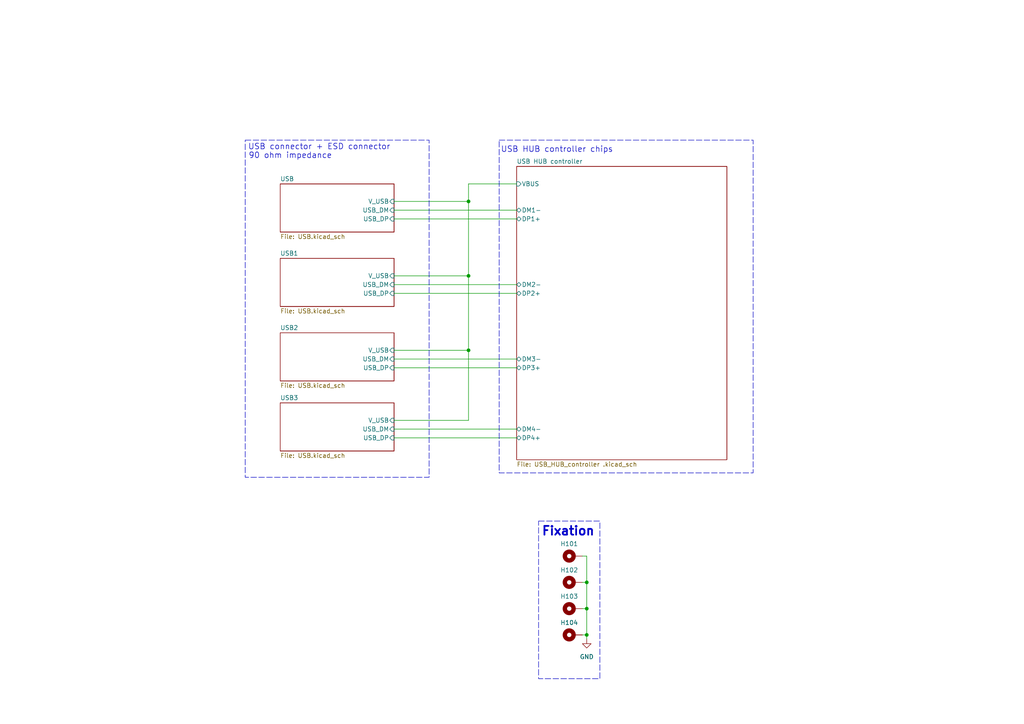
<source format=kicad_sch>
(kicad_sch (version 20250114) (generator "eeschema") (generator_version "9.0")
  (paper "A4")
  (title_block (title "Raspberry_Pi_Zero_2W") (date "2026-02-02") (company "ENSEA") (comment 1 "Maxime RAMBARANE-BARAT"))
  (lib_symbols
    (symbol "Mechanical:MountingHole_Pad" (pin_numbers (hide yes)) (pin_names (offset 1.016) (hide yes)) (in_bom no)
      (property "Reference" "H" (at 0 6.35 0))
      (property "Value" "MountingHole_Pad" (at 0 4.445 0))
      (symbol "MountingHole_Pad_0_1"
        (circle (center 0 1.27) (radius 1.27) (stroke (width 1.27)))
      )
      (symbol "MountingHole_Pad_1_1"
        (pin input line (at 0 -2.54 90) (length 2.54) (name "1") (number "1"))
      )
    )
    (symbol "power:GND" (power) (pin_numbers (hide yes)) (pin_names (offset 0) (hide yes))
      (property "Value" "GND" (at 0 -3.81 0))
      (symbol "GND_0_1"
        (polyline (pts (xy 0 0) (xy 0 -1.27) (xy 1.27 -1.27) (xy 0 -2.54) (xy -1.27 -1.27) (xy 0 -1.27)))
      )
      (symbol "GND_1_1"
        (pin power_in line (at 0 0 270) (length 0) (name "~") (number "1"))
      )
    )
  )
  (rectangle (start 156.21 151.13) (end 173.99 196.85) (stroke (width 0) (type dash)))
  (rectangle (start 144.78 40.64) (end 218.44 137.16) (stroke (width 0) (type dash)))
  (rectangle (start 71.12 40.64) (end 124.46 138.43) (stroke (width 0) (type dash)))
  (text "90 ohm impedance \n" (at 84.836 45.212 0) (effects (font (size 1.651 1.651))))
  (text "USB HUB controller chips" (at 161.544 43.434 0) (effects (font (size 1.651 1.651))))
  (text "USB connector + ESD connector " (at 93.218 42.672 0) (effects (font (size 1.651 1.651))))
  (text "Fixation" (at 156.972 154.178 0) (effects (font (size 2.54 2.54) (thickness 0.508) (bold yes)) (justify left)))
  (junction (at 135.89 58.42))
  (junction (at 170.18 168.91))
  (junction (at 135.89 80.01))
  (junction (at 170.18 184.15))
  (junction (at 170.18 176.53))
  (junction (at 135.89 101.6))
  (wire (pts (xy 114.3 80.01) (xy 135.89 80.01)))
  (wire (pts (xy 114.3 101.6) (xy 135.89 101.6)))
  (wire (pts (xy 168.91 184.15) (xy 170.18 184.15)))
  (wire (pts (xy 114.3 85.09) (xy 149.86 85.09)))
  (wire (pts (xy 114.3 106.68) (xy 149.86 106.68)))
  (wire (pts (xy 135.89 101.6) (xy 135.89 80.01)))
  (wire (pts (xy 135.89 121.92) (xy 135.89 101.6)))
  (wire (pts (xy 114.3 60.96) (xy 149.86 60.96)))
  (wire (pts (xy 114.3 82.55) (xy 149.86 82.55)))
  (wire (pts (xy 114.3 63.5) (xy 149.86 63.5)))
  (wire (pts (xy 114.3 104.14) (xy 149.86 104.14)))
  (wire (pts (xy 170.18 176.53) (xy 170.18 168.91)))
  (wire (pts (xy 170.18 184.15) (xy 170.18 176.53)))
  (wire (pts (xy 114.3 127) (xy 149.86 127)))
  (wire (pts (xy 114.3 58.42) (xy 135.89 58.42)))
  (wire (pts (xy 114.3 121.92) (xy 135.89 121.92)))
  (wire (pts (xy 168.91 168.91) (xy 170.18 168.91)))
  (wire (pts (xy 170.18 185.42) (xy 170.18 184.15)))
  (wire (pts (xy 170.18 161.29) (xy 168.91 161.29)))
  (wire (pts (xy 114.3 124.46) (xy 149.86 124.46)))
  (wire (pts (xy 135.89 80.01) (xy 135.89 58.42)))
  (wire (pts (xy 135.89 58.42) (xy 135.89 53.34)))
  (wire (pts (xy 135.89 53.34) (xy 149.86 53.34)))
  (wire (pts (xy 170.18 168.91) (xy 170.18 161.29)))
  (wire (pts (xy 168.91 176.53) (xy 170.18 176.53)))
  (symbol (lib_id "Mechanical:MountingHole_Pad") (at 166.37 176.53 90) (unit 1) (in_bom no)
    (property "Reference" "H103" (at 165.1 172.974 90))
    (property "Value" "MountingHole_Pad" (effects (hide yes)))
    (property "Footprint" "MountingHole:MountingHole_2.5mm_Pad_Via" (effects (hide yes)))
    (property "Description" "Mounting Hole with connection" (effects (hide yes)))
  )
  (symbol (lib_id "Mechanical:MountingHole_Pad") (at 166.37 184.15 90) (unit 1) (in_bom no)
    (property "Reference" "H104" (at 165.1 180.594 90))
    (property "Value" "MountingHole_Pad" (effects (hide yes)))
    (property "Footprint" "MountingHole:MountingHole_2.5mm_Pad_Via" (effects (hide yes)))
    (property "Description" "Mounting Hole with connection" (effects (hide yes)))
  )
  (symbol (lib_id "Mechanical:MountingHole_Pad") (at 166.37 168.91 90) (unit 1) (in_bom no)
    (property "Reference" "H102" (at 165.1 165.354 90))
    (property "Value" "MountingHole_Pad" (effects (hide yes)))
    (property "Footprint" "MountingHole:MountingHole_2.5mm_Pad_Via" (effects (hide yes)))
    (property "Description" "Mounting Hole with connection" (effects (hide yes)))
  )
  (symbol (lib_id "Mechanical:MountingHole_Pad") (at 166.37 161.29 90) (unit 1) (in_bom no)
    (property "Reference" "H101" (at 165.1 157.734 90))
    (property "Value" "MountingHole_Pad" (effects (hide yes)))
    (property "Footprint" "MountingHole:MountingHole_2.5mm_Pad_Via" (effects (hide yes)))
    (property "Description" "Mounting Hole with connection" (effects (hide yes)))
  )
  (symbol (lib_id "power:GND") (at 170.18 185.42 0) (unit 1)
    (property "Reference" "#PWR0107" (effects (hide yes)))
    (property "Value" "GND" (at 170.18 190.5 0))
    (property "Description" "Power symbol creates a global label with name \"GND\" , ground" (effects (hide yes)))
  )
  (sheet (at 81.28 116.84) (size 33.02 13.97) (stroke (width 0.1524))
    (property "Sheetname" "USB3" (at 81.28 116.1284 0) (effects (justify left bottom)))
    (property "Sheetfile" "USB.kicad_sch" (at 81.28 131.3946 0) (effects (justify left top)))
    (pin "USB_DM" input (at 114.3 124.46 0))
    (pin "USB_DP" input (at 114.3 127 0))
    (pin "V_USB" input (at 114.3 121.92 0))
  )
  (sheet (at 149.86 48.26) (size 60.96 85.09) (stroke (width 0.1524))
    (property "Sheetname" "USB HUB controller" (at 149.86 47.5484 0) (effects (justify left bottom)))
    (property "Sheetfile" "USB_HUB_controller .kicad_sch" (at 149.86 133.9346 0) (effects (justify left top)))
    (pin "DM1-" bidirectional (at 149.86 60.96 180))
    (pin "DM2-" bidirectional (at 149.86 82.55 180))
    (pin "DM3-" bidirectional (at 149.86 104.14 180))
    (pin "DM4-" bidirectional (at 149.86 124.46 180))
    (pin "DP1+" bidirectional (at 149.86 63.5 180))
    (pin "DP2+" bidirectional (at 149.86 85.09 180))
    (pin "DP3+" bidirectional (at 149.86 106.68 180))
    (pin "DP4+" bidirectional (at 149.86 127 180))
    (pin "VBUS" input (at 149.86 53.34 180))
  )
  (sheet (at 81.28 96.52) (size 33.02 13.97) (stroke (width 0.1524))
    (property "Sheetname" "USB2" (at 81.28 95.8084 0) (effects (justify left bottom)))
    (property "Sheetfile" "USB.kicad_sch" (at 81.28 111.0746 0) (effects (justify left top)))
    (pin "USB_DM" input (at 114.3 104.14 0))
    (pin "USB_DP" input (at 114.3 106.68 0))
    (pin "V_USB" input (at 114.3 101.6 0))
  )
  (sheet (at 81.28 53.34) (size 33.02 13.97) (stroke (width 0.1524))
    (property "Sheetname" "USB" (at 81.28 52.6284 0) (effects (justify left bottom)))
    (property "Sheetfile" "USB.kicad_sch" (at 81.28 67.8946 0) (effects (justify left top)))
    (pin "USB_DM" input (at 114.3 60.96 0))
    (pin "USB_DP" input (at 114.3 63.5 0))
    (pin "V_USB" input (at 114.3 58.42 0))
  )
  (sheet (at 81.28 74.93) (size 33.02 13.97) (stroke (width 0.1524))
    (property "Sheetname" "USB1" (at 81.28 74.2184 0) (effects (justify left bottom)))
    (property "Sheetfile" "USB.kicad_sch" (at 81.28 89.4846 0) (effects (justify left top)))
    (pin "USB_DM" input (at 114.3 82.55 0))
    (pin "USB_DP" input (at 114.3 85.09 0))
    (pin "V_USB" input (at 114.3 80.01 0))
  )
)
</source>
